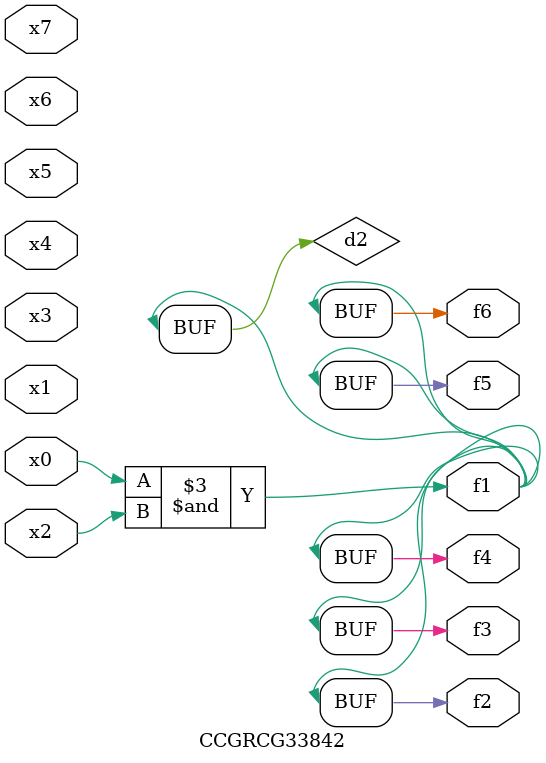
<source format=v>
module CCGRCG33842(
	input x0, x1, x2, x3, x4, x5, x6, x7,
	output f1, f2, f3, f4, f5, f6
);

	wire d1, d2;

	nor (d1, x3, x6);
	and (d2, x0, x2);
	assign f1 = d2;
	assign f2 = d2;
	assign f3 = d2;
	assign f4 = d2;
	assign f5 = d2;
	assign f6 = d2;
endmodule

</source>
